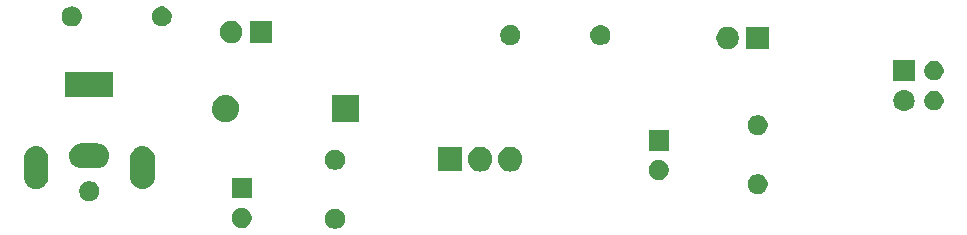
<source format=gbr>
G04 #@! TF.GenerationSoftware,KiCad,Pcbnew,5.1.4-3.fc30*
G04 #@! TF.CreationDate,2019-09-18T18:45:05+02:00*
G04 #@! TF.ProjectId,power_supply_5V,706f7765-725f-4737-9570-706c795f3556,1.0*
G04 #@! TF.SameCoordinates,Original*
G04 #@! TF.FileFunction,Soldermask,Top*
G04 #@! TF.FilePolarity,Negative*
%FSLAX46Y46*%
G04 Gerber Fmt 4.6, Leading zero omitted, Abs format (unit mm)*
G04 Created by KiCad (PCBNEW 5.1.4-3.fc30) date 2019-09-18 18:45:05*
%MOMM*%
%LPD*%
G04 APERTURE LIST*
%ADD10C,0.100000*%
G04 APERTURE END LIST*
D10*
G36*
X99638428Y-98241703D02*
G01*
X99793300Y-98305853D01*
X99932681Y-98398985D01*
X100051215Y-98517519D01*
X100144347Y-98656900D01*
X100208497Y-98811772D01*
X100241200Y-98976184D01*
X100241200Y-99143816D01*
X100208497Y-99308228D01*
X100144347Y-99463100D01*
X100051215Y-99602481D01*
X99932681Y-99721015D01*
X99793300Y-99814147D01*
X99638428Y-99878297D01*
X99474016Y-99911000D01*
X99306384Y-99911000D01*
X99141972Y-99878297D01*
X98987100Y-99814147D01*
X98847719Y-99721015D01*
X98729185Y-99602481D01*
X98636053Y-99463100D01*
X98571903Y-99308228D01*
X98539200Y-99143816D01*
X98539200Y-98976184D01*
X98571903Y-98811772D01*
X98636053Y-98656900D01*
X98729185Y-98517519D01*
X98847719Y-98398985D01*
X98987100Y-98305853D01*
X99141972Y-98241703D01*
X99306384Y-98209000D01*
X99474016Y-98209000D01*
X99638428Y-98241703D01*
X99638428Y-98241703D01*
G37*
G36*
X91739028Y-98165503D02*
G01*
X91893900Y-98229653D01*
X92033281Y-98322785D01*
X92151815Y-98441319D01*
X92244947Y-98580700D01*
X92309097Y-98735572D01*
X92341800Y-98899984D01*
X92341800Y-99067616D01*
X92309097Y-99232028D01*
X92244947Y-99386900D01*
X92151815Y-99526281D01*
X92033281Y-99644815D01*
X91893900Y-99737947D01*
X91739028Y-99802097D01*
X91574616Y-99834800D01*
X91406984Y-99834800D01*
X91242572Y-99802097D01*
X91087700Y-99737947D01*
X90948319Y-99644815D01*
X90829785Y-99526281D01*
X90736653Y-99386900D01*
X90672503Y-99232028D01*
X90639800Y-99067616D01*
X90639800Y-98899984D01*
X90672503Y-98735572D01*
X90736653Y-98580700D01*
X90829785Y-98441319D01*
X90948319Y-98322785D01*
X91087700Y-98229653D01*
X91242572Y-98165503D01*
X91406984Y-98132800D01*
X91574616Y-98132800D01*
X91739028Y-98165503D01*
X91739028Y-98165503D01*
G37*
G36*
X78835828Y-95907703D02*
G01*
X78990700Y-95971853D01*
X79130081Y-96064985D01*
X79248615Y-96183519D01*
X79341747Y-96322900D01*
X79405897Y-96477772D01*
X79438600Y-96642184D01*
X79438600Y-96809816D01*
X79405897Y-96974228D01*
X79341747Y-97129100D01*
X79248615Y-97268481D01*
X79130081Y-97387015D01*
X78990700Y-97480147D01*
X78835828Y-97544297D01*
X78671416Y-97577000D01*
X78503784Y-97577000D01*
X78339372Y-97544297D01*
X78184500Y-97480147D01*
X78045119Y-97387015D01*
X77926585Y-97268481D01*
X77833453Y-97129100D01*
X77769303Y-96974228D01*
X77736600Y-96809816D01*
X77736600Y-96642184D01*
X77769303Y-96477772D01*
X77833453Y-96322900D01*
X77926585Y-96183519D01*
X78045119Y-96064985D01*
X78184500Y-95971853D01*
X78339372Y-95907703D01*
X78503784Y-95875000D01*
X78671416Y-95875000D01*
X78835828Y-95907703D01*
X78835828Y-95907703D01*
G37*
G36*
X92341800Y-97334800D02*
G01*
X90639800Y-97334800D01*
X90639800Y-95632800D01*
X92341800Y-95632800D01*
X92341800Y-97334800D01*
X92341800Y-97334800D01*
G37*
G36*
X135427028Y-95320703D02*
G01*
X135581900Y-95384853D01*
X135721281Y-95477985D01*
X135839815Y-95596519D01*
X135932947Y-95735900D01*
X135997097Y-95890772D01*
X136029800Y-96055184D01*
X136029800Y-96222816D01*
X135997097Y-96387228D01*
X135932947Y-96542100D01*
X135839815Y-96681481D01*
X135721281Y-96800015D01*
X135581900Y-96893147D01*
X135427028Y-96957297D01*
X135262616Y-96990000D01*
X135094984Y-96990000D01*
X134930572Y-96957297D01*
X134775700Y-96893147D01*
X134636319Y-96800015D01*
X134517785Y-96681481D01*
X134424653Y-96542100D01*
X134360503Y-96387228D01*
X134327800Y-96222816D01*
X134327800Y-96055184D01*
X134360503Y-95890772D01*
X134424653Y-95735900D01*
X134517785Y-95596519D01*
X134636319Y-95477985D01*
X134775700Y-95384853D01*
X134930572Y-95320703D01*
X135094984Y-95288000D01*
X135262616Y-95288000D01*
X135427028Y-95320703D01*
X135427028Y-95320703D01*
G37*
G36*
X83293631Y-92940207D02*
G01*
X83422287Y-92979235D01*
X83491748Y-93000306D01*
X83540381Y-93026301D01*
X83674329Y-93097897D01*
X83834365Y-93229235D01*
X83965703Y-93389271D01*
X83970202Y-93397689D01*
X84063294Y-93571851D01*
X84063294Y-93571852D01*
X84063295Y-93571854D01*
X84123393Y-93769968D01*
X84138600Y-93924370D01*
X84138600Y-95527630D01*
X84123393Y-95682032D01*
X84122569Y-95684747D01*
X84063294Y-95880149D01*
X84048566Y-95907703D01*
X83965703Y-96062729D01*
X83834365Y-96222765D01*
X83674329Y-96354103D01*
X83612356Y-96387228D01*
X83491749Y-96451694D01*
X83491746Y-96451695D01*
X83293632Y-96511793D01*
X83087600Y-96532085D01*
X82881569Y-96511793D01*
X82683455Y-96451695D01*
X82683452Y-96451694D01*
X82562845Y-96387228D01*
X82500872Y-96354103D01*
X82340836Y-96222765D01*
X82209498Y-96062729D01*
X82160924Y-95971853D01*
X82111905Y-95880146D01*
X82051807Y-95682033D01*
X82036600Y-95527631D01*
X82036600Y-93924370D01*
X82051807Y-93769971D01*
X82051807Y-93769969D01*
X82111905Y-93571855D01*
X82111906Y-93571852D01*
X82147121Y-93505970D01*
X82209497Y-93389271D01*
X82340835Y-93229235D01*
X82500871Y-93097897D01*
X82586625Y-93052061D01*
X82683451Y-93000306D01*
X82752912Y-92979235D01*
X82881568Y-92940207D01*
X83087600Y-92919915D01*
X83293631Y-92940207D01*
X83293631Y-92940207D01*
G37*
G36*
X74293631Y-92940207D02*
G01*
X74422287Y-92979235D01*
X74491748Y-93000306D01*
X74540381Y-93026301D01*
X74674329Y-93097897D01*
X74834365Y-93229235D01*
X74965703Y-93389271D01*
X74970202Y-93397689D01*
X75063294Y-93571851D01*
X75063294Y-93571852D01*
X75063295Y-93571854D01*
X75123393Y-93769968D01*
X75138600Y-93924370D01*
X75138600Y-95527630D01*
X75123393Y-95682032D01*
X75122569Y-95684747D01*
X75063294Y-95880149D01*
X75048566Y-95907703D01*
X74965703Y-96062729D01*
X74834365Y-96222765D01*
X74674329Y-96354103D01*
X74612356Y-96387228D01*
X74491749Y-96451694D01*
X74491746Y-96451695D01*
X74293632Y-96511793D01*
X74087600Y-96532085D01*
X73881569Y-96511793D01*
X73683455Y-96451695D01*
X73683452Y-96451694D01*
X73562845Y-96387228D01*
X73500872Y-96354103D01*
X73340836Y-96222765D01*
X73209498Y-96062729D01*
X73160924Y-95971853D01*
X73111905Y-95880146D01*
X73051807Y-95682033D01*
X73036600Y-95527631D01*
X73036600Y-93924370D01*
X73051807Y-93769971D01*
X73051807Y-93769969D01*
X73111905Y-93571855D01*
X73111906Y-93571852D01*
X73147121Y-93505970D01*
X73209497Y-93389271D01*
X73340835Y-93229235D01*
X73500871Y-93097897D01*
X73586625Y-93052061D01*
X73683451Y-93000306D01*
X73752912Y-92979235D01*
X73881568Y-92940207D01*
X74087600Y-92919915D01*
X74293631Y-92940207D01*
X74293631Y-92940207D01*
G37*
G36*
X127047828Y-94112303D02*
G01*
X127202700Y-94176453D01*
X127342081Y-94269585D01*
X127460615Y-94388119D01*
X127553747Y-94527500D01*
X127617897Y-94682372D01*
X127650600Y-94846784D01*
X127650600Y-95014416D01*
X127617897Y-95178828D01*
X127553747Y-95333700D01*
X127460615Y-95473081D01*
X127342081Y-95591615D01*
X127202700Y-95684747D01*
X127047828Y-95748897D01*
X126883416Y-95781600D01*
X126715784Y-95781600D01*
X126551372Y-95748897D01*
X126396500Y-95684747D01*
X126257119Y-95591615D01*
X126138585Y-95473081D01*
X126045453Y-95333700D01*
X125981303Y-95178828D01*
X125948600Y-95014416D01*
X125948600Y-94846784D01*
X125981303Y-94682372D01*
X126045453Y-94527500D01*
X126138585Y-94388119D01*
X126257119Y-94269585D01*
X126396500Y-94176453D01*
X126551372Y-94112303D01*
X126715784Y-94079600D01*
X126883416Y-94079600D01*
X127047828Y-94112303D01*
X127047828Y-94112303D01*
G37*
G36*
X111880519Y-92968920D02*
G01*
X112069680Y-93026301D01*
X112069683Y-93026302D01*
X112162133Y-93075718D01*
X112244012Y-93119483D01*
X112396815Y-93244885D01*
X112522217Y-93397688D01*
X112615399Y-93572019D01*
X112672780Y-93761180D01*
X112687300Y-93908606D01*
X112687300Y-94102193D01*
X112672780Y-94249619D01*
X112630767Y-94388119D01*
X112615398Y-94438783D01*
X112602400Y-94463100D01*
X112522217Y-94613112D01*
X112396815Y-94765915D01*
X112244012Y-94891317D01*
X112069681Y-94984499D01*
X111880520Y-95041880D01*
X111683800Y-95061255D01*
X111487081Y-95041880D01*
X111297920Y-94984499D01*
X111123588Y-94891317D01*
X110970785Y-94765915D01*
X110845383Y-94613112D01*
X110752201Y-94438781D01*
X110694820Y-94249620D01*
X110680300Y-94102194D01*
X110680300Y-93908607D01*
X110694820Y-93761181D01*
X110752201Y-93572020D01*
X110752202Y-93572017D01*
X110844690Y-93398985D01*
X110845383Y-93397688D01*
X110970785Y-93244885D01*
X111123588Y-93119483D01*
X111297919Y-93026301D01*
X111487080Y-92968920D01*
X111683800Y-92949545D01*
X111880519Y-92968920D01*
X111880519Y-92968920D01*
G37*
G36*
X114420519Y-92968920D02*
G01*
X114609680Y-93026301D01*
X114609683Y-93026302D01*
X114702133Y-93075718D01*
X114784012Y-93119483D01*
X114936815Y-93244885D01*
X115062217Y-93397688D01*
X115155399Y-93572019D01*
X115212780Y-93761180D01*
X115227300Y-93908606D01*
X115227300Y-94102193D01*
X115212780Y-94249619D01*
X115170767Y-94388119D01*
X115155398Y-94438783D01*
X115142400Y-94463100D01*
X115062217Y-94613112D01*
X114936815Y-94765915D01*
X114784012Y-94891317D01*
X114609681Y-94984499D01*
X114420520Y-95041880D01*
X114223800Y-95061255D01*
X114027081Y-95041880D01*
X113837920Y-94984499D01*
X113663588Y-94891317D01*
X113510785Y-94765915D01*
X113385383Y-94613112D01*
X113292201Y-94438781D01*
X113234820Y-94249620D01*
X113220300Y-94102194D01*
X113220300Y-93908607D01*
X113234820Y-93761181D01*
X113292201Y-93572020D01*
X113292202Y-93572017D01*
X113384690Y-93398985D01*
X113385383Y-93397688D01*
X113510785Y-93244885D01*
X113663588Y-93119483D01*
X113837919Y-93026301D01*
X114027080Y-92968920D01*
X114223800Y-92949545D01*
X114420519Y-92968920D01*
X114420519Y-92968920D01*
G37*
G36*
X110147300Y-95056400D02*
G01*
X108140300Y-95056400D01*
X108140300Y-92954400D01*
X110147300Y-92954400D01*
X110147300Y-95056400D01*
X110147300Y-95056400D01*
G37*
G36*
X99638428Y-93241703D02*
G01*
X99793300Y-93305853D01*
X99932681Y-93398985D01*
X100051215Y-93517519D01*
X100144347Y-93656900D01*
X100208497Y-93811772D01*
X100241200Y-93976184D01*
X100241200Y-94143816D01*
X100208497Y-94308228D01*
X100144347Y-94463100D01*
X100051215Y-94602481D01*
X99932681Y-94721015D01*
X99793300Y-94814147D01*
X99638428Y-94878297D01*
X99474016Y-94911000D01*
X99306384Y-94911000D01*
X99141972Y-94878297D01*
X98987100Y-94814147D01*
X98847719Y-94721015D01*
X98729185Y-94602481D01*
X98636053Y-94463100D01*
X98571903Y-94308228D01*
X98539200Y-94143816D01*
X98539200Y-93976184D01*
X98571903Y-93811772D01*
X98636053Y-93656900D01*
X98729185Y-93517519D01*
X98847719Y-93398985D01*
X98987100Y-93305853D01*
X99141972Y-93241703D01*
X99306384Y-93209000D01*
X99474016Y-93209000D01*
X99638428Y-93241703D01*
X99638428Y-93241703D01*
G37*
G36*
X79340697Y-92680069D02*
G01*
X79443632Y-92690207D01*
X79641746Y-92750305D01*
X79641749Y-92750306D01*
X79738575Y-92802061D01*
X79824329Y-92847897D01*
X79984365Y-92979235D01*
X80115703Y-93139271D01*
X80152974Y-93209000D01*
X80213294Y-93321851D01*
X80213295Y-93321854D01*
X80273393Y-93519968D01*
X80293685Y-93726000D01*
X80273393Y-93932032D01*
X80221774Y-94102194D01*
X80213294Y-94130149D01*
X80188544Y-94176452D01*
X80115703Y-94312729D01*
X79984365Y-94472765D01*
X79824329Y-94604103D01*
X79738575Y-94649939D01*
X79641749Y-94701694D01*
X79641746Y-94701695D01*
X79443632Y-94761793D01*
X79340697Y-94771931D01*
X79289231Y-94777000D01*
X77885969Y-94777000D01*
X77834503Y-94771931D01*
X77731568Y-94761793D01*
X77533454Y-94701695D01*
X77533451Y-94701694D01*
X77436625Y-94649939D01*
X77350871Y-94604103D01*
X77190835Y-94472765D01*
X77059497Y-94312729D01*
X76986656Y-94176452D01*
X76961906Y-94130149D01*
X76953426Y-94102194D01*
X76901807Y-93932032D01*
X76881515Y-93726000D01*
X76901807Y-93519968D01*
X76961905Y-93321854D01*
X76961906Y-93321851D01*
X77022226Y-93209000D01*
X77059497Y-93139271D01*
X77190835Y-92979235D01*
X77350871Y-92847897D01*
X77436625Y-92802061D01*
X77533451Y-92750306D01*
X77533454Y-92750305D01*
X77731568Y-92690207D01*
X77834503Y-92680069D01*
X77885969Y-92675000D01*
X79289231Y-92675000D01*
X79340697Y-92680069D01*
X79340697Y-92680069D01*
G37*
G36*
X127650600Y-93281600D02*
G01*
X125948600Y-93281600D01*
X125948600Y-91579600D01*
X127650600Y-91579600D01*
X127650600Y-93281600D01*
X127650600Y-93281600D01*
G37*
G36*
X135427028Y-90320703D02*
G01*
X135581900Y-90384853D01*
X135721281Y-90477985D01*
X135839815Y-90596519D01*
X135932947Y-90735900D01*
X135997097Y-90890772D01*
X136029800Y-91055184D01*
X136029800Y-91222816D01*
X135997097Y-91387228D01*
X135932947Y-91542100D01*
X135839815Y-91681481D01*
X135721281Y-91800015D01*
X135581900Y-91893147D01*
X135427028Y-91957297D01*
X135262616Y-91990000D01*
X135094984Y-91990000D01*
X134930572Y-91957297D01*
X134775700Y-91893147D01*
X134636319Y-91800015D01*
X134517785Y-91681481D01*
X134424653Y-91542100D01*
X134360503Y-91387228D01*
X134327800Y-91222816D01*
X134327800Y-91055184D01*
X134360503Y-90890772D01*
X134424653Y-90735900D01*
X134517785Y-90596519D01*
X134636319Y-90477985D01*
X134775700Y-90384853D01*
X134930572Y-90320703D01*
X135094984Y-90288000D01*
X135262616Y-90288000D01*
X135427028Y-90320703D01*
X135427028Y-90320703D01*
G37*
G36*
X101455600Y-90879800D02*
G01*
X99153600Y-90879800D01*
X99153600Y-88577800D01*
X101455600Y-88577800D01*
X101455600Y-90879800D01*
X101455600Y-90879800D01*
G37*
G36*
X90313871Y-88588903D02*
G01*
X90370235Y-88594454D01*
X90587200Y-88660270D01*
X90587202Y-88660271D01*
X90787155Y-88767147D01*
X90962418Y-88910982D01*
X91106253Y-89086245D01*
X91213129Y-89286198D01*
X91213130Y-89286200D01*
X91259027Y-89437501D01*
X91278946Y-89503166D01*
X91301169Y-89728800D01*
X91278946Y-89954434D01*
X91213129Y-90171402D01*
X91106253Y-90371355D01*
X90962418Y-90546618D01*
X90787155Y-90690453D01*
X90587202Y-90797329D01*
X90587200Y-90797330D01*
X90370235Y-90863146D01*
X90313871Y-90868697D01*
X90201145Y-90879800D01*
X90088055Y-90879800D01*
X89975329Y-90868697D01*
X89918965Y-90863146D01*
X89702000Y-90797330D01*
X89701998Y-90797329D01*
X89502045Y-90690453D01*
X89326782Y-90546618D01*
X89182947Y-90371355D01*
X89076071Y-90171402D01*
X89010254Y-89954434D01*
X88988031Y-89728800D01*
X89010254Y-89503166D01*
X89030173Y-89437501D01*
X89076070Y-89286200D01*
X89076071Y-89286198D01*
X89182947Y-89086245D01*
X89326782Y-88910982D01*
X89502045Y-88767147D01*
X89701998Y-88660271D01*
X89702000Y-88660270D01*
X89918965Y-88594454D01*
X89975329Y-88588903D01*
X90088055Y-88577800D01*
X90201145Y-88577800D01*
X90313871Y-88588903D01*
X90313871Y-88588903D01*
G37*
G36*
X147684442Y-88157918D02*
G01*
X147750627Y-88164437D01*
X147920466Y-88215957D01*
X148076991Y-88299622D01*
X148112729Y-88328952D01*
X148214186Y-88412214D01*
X148297448Y-88513671D01*
X148326778Y-88549409D01*
X148410443Y-88705934D01*
X148461963Y-88875773D01*
X148479359Y-89052400D01*
X148461963Y-89229027D01*
X148410443Y-89398866D01*
X148326778Y-89555391D01*
X148314251Y-89570655D01*
X148214186Y-89692586D01*
X148116357Y-89772871D01*
X148076991Y-89805178D01*
X147920466Y-89888843D01*
X147750627Y-89940363D01*
X147684442Y-89946882D01*
X147618260Y-89953400D01*
X147529740Y-89953400D01*
X147463558Y-89946882D01*
X147397373Y-89940363D01*
X147227534Y-89888843D01*
X147071009Y-89805178D01*
X147031643Y-89772871D01*
X146933814Y-89692586D01*
X146833749Y-89570655D01*
X146821222Y-89555391D01*
X146737557Y-89398866D01*
X146686037Y-89229027D01*
X146668641Y-89052400D01*
X146686037Y-88875773D01*
X146737557Y-88705934D01*
X146821222Y-88549409D01*
X146850552Y-88513671D01*
X146933814Y-88412214D01*
X147035271Y-88328952D01*
X147071009Y-88299622D01*
X147227534Y-88215957D01*
X147397373Y-88164437D01*
X147463558Y-88157918D01*
X147529740Y-88151400D01*
X147618260Y-88151400D01*
X147684442Y-88157918D01*
X147684442Y-88157918D01*
G37*
G36*
X150351142Y-88270642D02*
G01*
X150499101Y-88331929D01*
X150632255Y-88420899D01*
X150745501Y-88534145D01*
X150834471Y-88667299D01*
X150895758Y-88815258D01*
X150927000Y-88972325D01*
X150927000Y-89132475D01*
X150895758Y-89289542D01*
X150834471Y-89437501D01*
X150745501Y-89570655D01*
X150632255Y-89683901D01*
X150499101Y-89772871D01*
X150351142Y-89834158D01*
X150194075Y-89865400D01*
X150033925Y-89865400D01*
X149876858Y-89834158D01*
X149728899Y-89772871D01*
X149595745Y-89683901D01*
X149482499Y-89570655D01*
X149393529Y-89437501D01*
X149332242Y-89289542D01*
X149301000Y-89132475D01*
X149301000Y-88972325D01*
X149332242Y-88815258D01*
X149393529Y-88667299D01*
X149482499Y-88534145D01*
X149595745Y-88420899D01*
X149728899Y-88331929D01*
X149876858Y-88270642D01*
X150033925Y-88239400D01*
X150194075Y-88239400D01*
X150351142Y-88270642D01*
X150351142Y-88270642D01*
G37*
G36*
X80638600Y-88777000D02*
G01*
X76536600Y-88777000D01*
X76536600Y-86675000D01*
X80638600Y-86675000D01*
X80638600Y-88777000D01*
X80638600Y-88777000D01*
G37*
G36*
X148475000Y-87413400D02*
G01*
X146673000Y-87413400D01*
X146673000Y-85611400D01*
X148475000Y-85611400D01*
X148475000Y-87413400D01*
X148475000Y-87413400D01*
G37*
G36*
X150351142Y-85730642D02*
G01*
X150499101Y-85791929D01*
X150632255Y-85880899D01*
X150745501Y-85994145D01*
X150834471Y-86127299D01*
X150895758Y-86275258D01*
X150927000Y-86432325D01*
X150927000Y-86592475D01*
X150895758Y-86749542D01*
X150834471Y-86897501D01*
X150745501Y-87030655D01*
X150632255Y-87143901D01*
X150499101Y-87232871D01*
X150351142Y-87294158D01*
X150194075Y-87325400D01*
X150033925Y-87325400D01*
X149876858Y-87294158D01*
X149728899Y-87232871D01*
X149595745Y-87143901D01*
X149482499Y-87030655D01*
X149393529Y-86897501D01*
X149332242Y-86749542D01*
X149301000Y-86592475D01*
X149301000Y-86432325D01*
X149332242Y-86275258D01*
X149393529Y-86127299D01*
X149482499Y-85994145D01*
X149595745Y-85880899D01*
X149728899Y-85791929D01*
X149876858Y-85730642D01*
X150033925Y-85699400D01*
X150194075Y-85699400D01*
X150351142Y-85730642D01*
X150351142Y-85730642D01*
G37*
G36*
X132916195Y-82829346D02*
G01*
X133089266Y-82901034D01*
X133089267Y-82901035D01*
X133245027Y-83005110D01*
X133377490Y-83137573D01*
X133397510Y-83167535D01*
X133481566Y-83293334D01*
X133553254Y-83466405D01*
X133589800Y-83650133D01*
X133589800Y-83837467D01*
X133553254Y-84021195D01*
X133481566Y-84194266D01*
X133460225Y-84226205D01*
X133377490Y-84350027D01*
X133245027Y-84482490D01*
X133166618Y-84534881D01*
X133089266Y-84586566D01*
X132916195Y-84658254D01*
X132732467Y-84694800D01*
X132545133Y-84694800D01*
X132361405Y-84658254D01*
X132188334Y-84586566D01*
X132110982Y-84534881D01*
X132032573Y-84482490D01*
X131900110Y-84350027D01*
X131817375Y-84226205D01*
X131796034Y-84194266D01*
X131724346Y-84021195D01*
X131687800Y-83837467D01*
X131687800Y-83650133D01*
X131724346Y-83466405D01*
X131796034Y-83293334D01*
X131880090Y-83167535D01*
X131900110Y-83137573D01*
X132032573Y-83005110D01*
X132188333Y-82901035D01*
X132188334Y-82901034D01*
X132361405Y-82829346D01*
X132545133Y-82792800D01*
X132732467Y-82792800D01*
X132916195Y-82829346D01*
X132916195Y-82829346D01*
G37*
G36*
X136129800Y-84694800D02*
G01*
X134227800Y-84694800D01*
X134227800Y-82792800D01*
X136129800Y-82792800D01*
X136129800Y-84694800D01*
X136129800Y-84694800D01*
G37*
G36*
X122036023Y-82676513D02*
G01*
X122196442Y-82725176D01*
X122235395Y-82745997D01*
X122344278Y-82804196D01*
X122473859Y-82910541D01*
X122580204Y-83040122D01*
X122580205Y-83040124D01*
X122659224Y-83187958D01*
X122707887Y-83348377D01*
X122724317Y-83515200D01*
X122707887Y-83682023D01*
X122659224Y-83842442D01*
X122618677Y-83918300D01*
X122580204Y-83990278D01*
X122473859Y-84119859D01*
X122344278Y-84226204D01*
X122344276Y-84226205D01*
X122196442Y-84305224D01*
X122036023Y-84353887D01*
X121911004Y-84366200D01*
X121827396Y-84366200D01*
X121702377Y-84353887D01*
X121541958Y-84305224D01*
X121394124Y-84226205D01*
X121394122Y-84226204D01*
X121264541Y-84119859D01*
X121158196Y-83990278D01*
X121119723Y-83918300D01*
X121079176Y-83842442D01*
X121030513Y-83682023D01*
X121014083Y-83515200D01*
X121030513Y-83348377D01*
X121079176Y-83187958D01*
X121158195Y-83040124D01*
X121158196Y-83040122D01*
X121264541Y-82910541D01*
X121394122Y-82804196D01*
X121503005Y-82745997D01*
X121541958Y-82725176D01*
X121702377Y-82676513D01*
X121827396Y-82664200D01*
X121911004Y-82664200D01*
X122036023Y-82676513D01*
X122036023Y-82676513D01*
G37*
G36*
X114497428Y-82696903D02*
G01*
X114652300Y-82761053D01*
X114791681Y-82854185D01*
X114910215Y-82972719D01*
X115003347Y-83112100D01*
X115067497Y-83266972D01*
X115100200Y-83431384D01*
X115100200Y-83599016D01*
X115067497Y-83763428D01*
X115003347Y-83918300D01*
X114910215Y-84057681D01*
X114791681Y-84176215D01*
X114652300Y-84269347D01*
X114497428Y-84333497D01*
X114333016Y-84366200D01*
X114165384Y-84366200D01*
X114000972Y-84333497D01*
X113846100Y-84269347D01*
X113706719Y-84176215D01*
X113588185Y-84057681D01*
X113495053Y-83918300D01*
X113430903Y-83763428D01*
X113398200Y-83599016D01*
X113398200Y-83431384D01*
X113430903Y-83266972D01*
X113495053Y-83112100D01*
X113588185Y-82972719D01*
X113706719Y-82854185D01*
X113846100Y-82761053D01*
X114000972Y-82696903D01*
X114165384Y-82664200D01*
X114333016Y-82664200D01*
X114497428Y-82696903D01*
X114497428Y-82696903D01*
G37*
G36*
X94105500Y-84212200D02*
G01*
X92203500Y-84212200D01*
X92203500Y-82310200D01*
X94105500Y-82310200D01*
X94105500Y-84212200D01*
X94105500Y-84212200D01*
G37*
G36*
X90891895Y-82346746D02*
G01*
X91064966Y-82418434D01*
X91064967Y-82418435D01*
X91220727Y-82522510D01*
X91353190Y-82654973D01*
X91381208Y-82696905D01*
X91457266Y-82810734D01*
X91528954Y-82983805D01*
X91565500Y-83167533D01*
X91565500Y-83354867D01*
X91528954Y-83538595D01*
X91457266Y-83711666D01*
X91457265Y-83711667D01*
X91353190Y-83867427D01*
X91220727Y-83999890D01*
X91188840Y-84021196D01*
X91064966Y-84103966D01*
X90891895Y-84175654D01*
X90708167Y-84212200D01*
X90520833Y-84212200D01*
X90337105Y-84175654D01*
X90164034Y-84103966D01*
X90040160Y-84021196D01*
X90008273Y-83999890D01*
X89875810Y-83867427D01*
X89771735Y-83711667D01*
X89771734Y-83711666D01*
X89700046Y-83538595D01*
X89663500Y-83354867D01*
X89663500Y-83167533D01*
X89700046Y-82983805D01*
X89771734Y-82810734D01*
X89847792Y-82696905D01*
X89875810Y-82654973D01*
X90008273Y-82522510D01*
X90164033Y-82418435D01*
X90164034Y-82418434D01*
X90337105Y-82346746D01*
X90520833Y-82310200D01*
X90708167Y-82310200D01*
X90891895Y-82346746D01*
X90891895Y-82346746D01*
G37*
G36*
X77268523Y-81089013D02*
G01*
X77428942Y-81137676D01*
X77496061Y-81173552D01*
X77576778Y-81216696D01*
X77706359Y-81323041D01*
X77812704Y-81452622D01*
X77812705Y-81452624D01*
X77891724Y-81600458D01*
X77940387Y-81760877D01*
X77956817Y-81927700D01*
X77940387Y-82094523D01*
X77891724Y-82254942D01*
X77851177Y-82330800D01*
X77812704Y-82402778D01*
X77706359Y-82532359D01*
X77576778Y-82638704D01*
X77576776Y-82638705D01*
X77428942Y-82717724D01*
X77268523Y-82766387D01*
X77143504Y-82778700D01*
X77059896Y-82778700D01*
X76934877Y-82766387D01*
X76774458Y-82717724D01*
X76626624Y-82638705D01*
X76626622Y-82638704D01*
X76497041Y-82532359D01*
X76390696Y-82402778D01*
X76352223Y-82330800D01*
X76311676Y-82254942D01*
X76263013Y-82094523D01*
X76246583Y-81927700D01*
X76263013Y-81760877D01*
X76311676Y-81600458D01*
X76390695Y-81452624D01*
X76390696Y-81452622D01*
X76497041Y-81323041D01*
X76626622Y-81216696D01*
X76707339Y-81173552D01*
X76774458Y-81137676D01*
X76934877Y-81089013D01*
X77059896Y-81076700D01*
X77143504Y-81076700D01*
X77268523Y-81089013D01*
X77268523Y-81089013D01*
G37*
G36*
X84969928Y-81109403D02*
G01*
X85124800Y-81173553D01*
X85264181Y-81266685D01*
X85382715Y-81385219D01*
X85475847Y-81524600D01*
X85539997Y-81679472D01*
X85572700Y-81843884D01*
X85572700Y-82011516D01*
X85539997Y-82175928D01*
X85475847Y-82330800D01*
X85382715Y-82470181D01*
X85264181Y-82588715D01*
X85124800Y-82681847D01*
X84969928Y-82745997D01*
X84805516Y-82778700D01*
X84637884Y-82778700D01*
X84473472Y-82745997D01*
X84318600Y-82681847D01*
X84179219Y-82588715D01*
X84060685Y-82470181D01*
X83967553Y-82330800D01*
X83903403Y-82175928D01*
X83870700Y-82011516D01*
X83870700Y-81843884D01*
X83903403Y-81679472D01*
X83967553Y-81524600D01*
X84060685Y-81385219D01*
X84179219Y-81266685D01*
X84318600Y-81173553D01*
X84473472Y-81109403D01*
X84637884Y-81076700D01*
X84805516Y-81076700D01*
X84969928Y-81109403D01*
X84969928Y-81109403D01*
G37*
M02*

</source>
